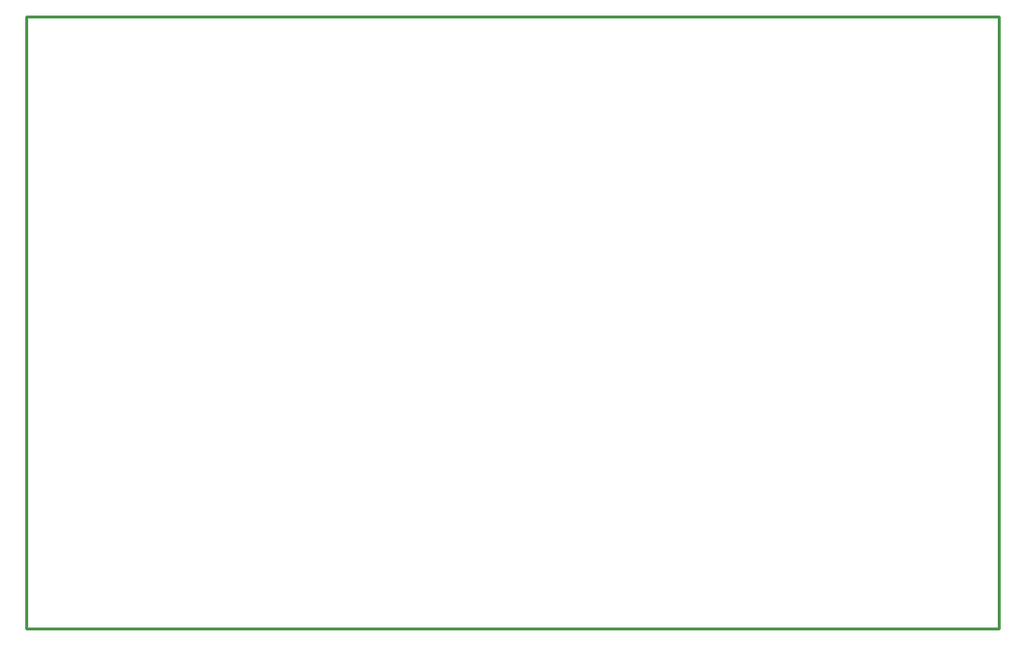
<source format=gbr>
G04 EAGLE Gerber RS-274X export*
G75*
%MOMM*%
%FSLAX34Y34*%
%LPD*%
%IN*%
%IPPOS*%
%AMOC8*
5,1,8,0,0,1.08239X$1,22.5*%
G01*
%ADD10C,0.254000*%


D10*
X0Y0D02*
X847600Y0D01*
X847600Y533300D01*
X0Y533300D01*
X0Y0D01*
M02*

</source>
